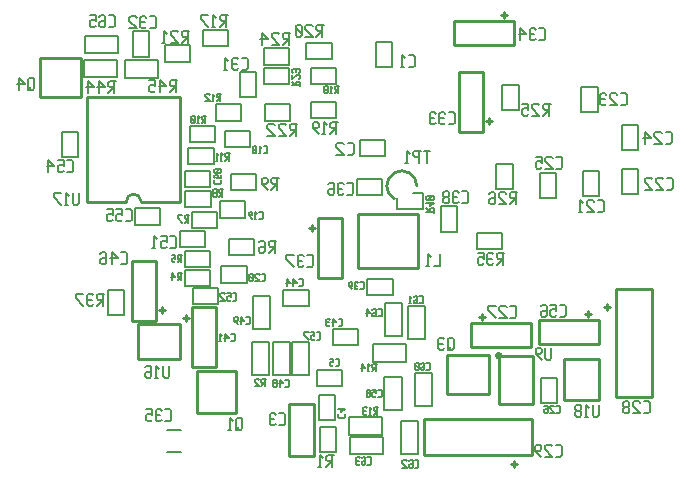
<source format=gbr>
G04 start of page 8 for group -4078 idx -4078
G04 Title: stribog.bis, bottomsilk *
G04 Creator: pcb 20080202 *
G04 CreationDate: Sun Nov 29 16:50:14 2009 UTC *
G04 For: dti *
G04 Format: Gerber/RS-274X *
G04 PCB-Dimensions: 314960 157480 *
G04 PCB-Coordinate-Origin: lower left *
%MOIN*%
%FSLAX24Y24*%
%LNBACKSILK*%
%ADD13C,0.0100*%
%ADD61C,0.0060*%
%ADD63C,0.0059*%
%ADD64C,0.0080*%
G54D13*X20377Y8852D02*X22377D01*
X20377D02*Y7052D01*
X22377D01*
Y8852D02*Y7052D01*
G54D61*X21706Y9021D02*Y9391D01*
X22226Y9561D02*X22546D01*
Y9021D01*
X21706D01*
X23155Y9120D02*Y8280D01*
X23695D01*
Y9120D02*Y8280D01*
X23155Y9120D02*X23695D01*
X20702Y6706D02*X21542D01*
X20702D02*Y6166D01*
X21542D01*
Y6706D02*Y6166D01*
X20446Y11333D02*X21286D01*
X20446D02*Y10793D01*
X21286D01*
Y11333D02*Y10793D01*
G54D13*X22350Y9803D02*G75*G03X21600Y9370I-500J0D01*G01*
G54D61*X24363Y8222D02*Y7682D01*
Y8222D02*X25203D01*
Y7682D01*
X24363D02*X25203D01*
X18812Y13734D02*X19652D01*
X18812D02*Y13194D01*
X19652D01*
Y13734D02*Y13194D01*
X18674Y14561D02*X19514D01*
X18674D02*Y14021D01*
X19514D01*
Y14561D02*Y14021D01*
X17002Y13609D02*Y12769D01*
X16462Y13609D02*X17002D01*
X16462D02*Y12769D01*
X17002D01*
X18097Y13194D02*X17257D01*
X18097Y13734D02*Y13194D01*
X17257Y13734D02*X18097D01*
X17257Y13194D02*Y13734D01*
X21529Y14593D02*Y13753D01*
X20989Y14593D02*X21529D01*
X20989D02*Y13753D01*
X21529D01*
G54D13*X23596Y15281D02*Y14481D01*
X25596D01*
X23596Y15281D02*X25596D01*
Y14481D01*
X25246Y15581D02*Y15381D01*
X25146Y15481D02*X25346D01*
G54D61*X18812Y12592D02*X19652D01*
X18812D02*Y12052D01*
X19652D01*
Y12592D02*Y12052D01*
X18097Y13844D02*X17257D01*
X18097Y14384D02*Y13844D01*
X17257Y14384D02*X18097D01*
X17257Y13844D02*Y14384D01*
X25202Y13175D02*Y12335D01*
X25742D01*
Y13175D02*Y12335D01*
X25202Y13175D02*X25742D01*
G54D13*X24573Y13607D02*X23773D01*
Y11607D01*
X24573D02*Y13607D01*
Y11607D02*X23773D01*
X24673Y11957D02*X24873D01*
X24773Y11857D02*Y12057D01*
G54D61*X21265Y3443D02*Y2343D01*
X21845Y3443D02*Y2343D01*
X21265D02*X21845D01*
X21265Y3443D02*X21845D01*
X20119Y851D02*X21219D01*
X20119Y1431D02*X21219D01*
Y851D01*
X20119Y1431D02*Y851D01*
X22288Y3561D02*Y2461D01*
X22868Y3561D02*Y2461D01*
X22288D02*X22868D01*
X22288Y3561D02*X22868D01*
X20099Y1501D02*X21199D01*
X20099Y2081D02*X21199D01*
Y1501D01*
X20099Y2081D02*Y1501D01*
X20906Y3942D02*X22006D01*
X20906Y4522D02*X22006D01*
Y3942D01*
X20906Y4522D02*Y3942D01*
X19028Y3655D02*X19868D01*
X19028Y3115D02*Y3655D01*
Y3115D02*X19868D01*
Y3655D01*
X19659Y1758D02*Y918D01*
X19119Y1758D02*X19659D01*
X19119D02*Y918D01*
X19659D01*
X19100Y2841D02*Y2001D01*
X19640D01*
Y2841D02*Y2001D01*
X19100Y2841D02*X19640D01*
X17544Y4585D02*Y3485D01*
X18124Y4585D02*Y3485D01*
X17544D02*X18124D01*
X17544Y4585D02*X18124D01*
G54D13*X18093Y806D02*X18913D01*
X18093Y2516D02*Y806D01*
Y2516D02*X18913D01*
Y806D01*
X15033Y3619D02*X16313D01*
X15033D02*Y2229D01*
X16313D01*
Y3619D02*Y2229D01*
X14855Y3754D02*X15655D01*
Y5754D02*Y3754D01*
X14855Y5754D02*Y3754D01*
Y5754D02*X15655D01*
X14555Y5404D02*X14755D01*
X14655Y5504D02*Y5304D01*
G54D61*X17435Y4585D02*Y3485D01*
X16855Y4585D02*Y3485D01*
Y4585D02*X17435D01*
X16855Y3485D02*X17435D01*
X19560Y4493D02*X20400D01*
Y5033D02*Y4493D01*
X19560Y5033D02*X20400D01*
X19560D02*Y4493D01*
X21816Y1947D02*Y847D01*
X22396Y1947D02*Y847D01*
X21816D02*X22396D01*
X21816Y1947D02*X22396D01*
X29178Y10380D02*Y9540D01*
X29718D01*
Y10380D02*Y9540D01*
X29178Y10380D02*X29718D01*
X20367Y10033D02*X21207D01*
X20367D02*Y9493D01*
X21207D01*
Y10033D02*Y9493D01*
X26462Y10223D02*Y9383D01*
X27002D01*
Y10223D02*Y9383D01*
X26462Y10223D02*X27002D01*
X27879Y10301D02*Y9461D01*
X28419D01*
Y10301D02*Y9461D01*
X27879Y10301D02*X28419D01*
X28380Y13097D02*Y12257D01*
X27840Y13097D02*X28380D01*
X27840D02*Y12257D01*
X28380D01*
X29178Y11837D02*Y10997D01*
X29718D01*
Y11837D02*Y10997D01*
X29178Y11837D02*X29718D01*
G54D13*X29006Y2767D02*X30206D01*
Y6367D02*Y2767D01*
X29006Y6367D02*Y2767D01*
Y6367D02*X30206D01*
X28606Y5767D02*X28806D01*
X28706Y5867D02*Y5667D01*
G54D61*X25005Y10538D02*Y9698D01*
X25545D01*
Y10538D02*Y9698D01*
X25005Y10538D02*X25545D01*
X21864Y5904D02*Y4804D01*
X21284Y5904D02*Y4804D01*
Y5904D02*X21864D01*
X21284Y4804D02*X21864D01*
G54D13*X27961Y5521D02*X28161D01*
X28061Y5621D02*Y5421D01*
X28411Y5321D02*Y4521D01*
X26411Y5321D02*X28411D01*
X26411Y4521D02*X28411D01*
X26411Y5321D02*Y4521D01*
X25099Y4118D02*Y2518D01*
X26239D01*
Y4118D02*Y2518D01*
X25099Y4118D02*X26239D01*
X25079Y4218D02*G75*G03X25079Y4218I0J-80D01*G01*
X26166Y5242D02*Y4442D01*
X24166Y5242D02*X26166D01*
X24166Y4442D02*X26166D01*
X24166Y5242D02*Y4442D01*
X24516Y5342D02*Y5542D01*
X24416Y5442D02*X24616D01*
G54D61*X18774Y4585D02*Y3485D01*
X18194Y4585D02*Y3485D01*
Y4585D02*X18774D01*
X18194Y3485D02*X18774D01*
X16798Y11628D02*Y11088D01*
X15958D02*X16798D01*
X15958Y11628D02*Y11088D01*
Y11628D02*X16798D01*
X16994Y9670D02*X16154D01*
X16994Y10210D02*Y9670D01*
X16154Y10210D02*X16994D01*
X16154Y9670D02*Y10210D01*
X15301Y8301D02*Y7761D01*
X14461D02*X15301D01*
X14461Y8301D02*Y7761D01*
Y8301D02*X15301D01*
G54D13*X19048Y6746D02*X19848D01*
Y8746D02*Y6746D01*
X19048Y8746D02*Y6746D01*
Y8746D02*X19848D01*
X18748Y8396D02*X18948D01*
X18848Y8496D02*Y8296D01*
G54D61*X17906Y6333D02*X18746D01*
X17906D02*Y5793D01*
X18746D01*
Y6333D02*Y5793D01*
X22632Y5786D02*Y4686D01*
X22052Y5786D02*Y4686D01*
Y5786D02*X22632D01*
X22052Y4686D02*X22632D01*
X16895Y6140D02*Y5040D01*
X17475Y6140D02*Y5040D01*
X16895D02*X17475D01*
X16895Y6140D02*X17475D01*
G54D13*X27248Y4043D02*Y2653D01*
Y4043D02*X28428D01*
Y2653D01*
X27248D02*X28428D01*
G54D61*X26482Y3412D02*Y2572D01*
X27022D01*
Y3412D02*Y2572D01*
X26482Y3412D02*X27022D01*
G54D13*X23368Y4147D02*X24758D01*
Y2867D01*
X23368D02*X24758D01*
X23368Y4147D02*Y2867D01*
X22590Y2037D02*Y837D01*
X26190D01*
X22590Y2037D02*X26190D01*
Y837D01*
X25590Y437D02*Y637D01*
X25490Y537D02*X25690D01*
X14463Y12773D02*Y9273D01*
X11363Y12773D02*X14463D01*
X11363D02*Y9273D01*
X13163D02*X14463D01*
X11363D02*X12663D01*
X13163D02*G75*G03X12663Y9273I-250J0D01*G01*
G54D61*X11057Y11601D02*Y10761D01*
X10517D02*X11057D01*
X10517Y11601D02*Y10761D01*
Y11601D02*X11057D01*
X16640Y9285D02*Y8745D01*
X15800D02*X16640D01*
X15800Y9285D02*Y8745D01*
Y9285D02*X16640D01*
X15479Y9100D02*X14639D01*
X15479Y9640D02*Y9100D01*
X14639Y9640D02*X15479D01*
X14639Y9100D02*Y9640D01*
X15459Y10309D02*Y9769D01*
X14619D02*X15459D01*
X14619Y10309D02*Y9769D01*
Y10309D02*X15459D01*
X15577Y10517D02*X14737D01*
X15577Y11057D02*Y10517D01*
X14737Y11057D02*X15577D01*
X14737Y10517D02*Y11057D01*
X15695Y8391D02*X14855D01*
X15695Y8931D02*Y8391D01*
X14855Y8931D02*X15695D01*
X14855Y8391D02*Y8931D01*
X16679Y7120D02*Y6580D01*
X15839D02*X16679D01*
X15839Y7120D02*Y6580D01*
Y7120D02*X16679D01*
X16483Y11974D02*X15643D01*
X16483Y12514D02*Y11974D01*
X15643Y12514D02*X16483D01*
X15643Y11974D02*Y12514D01*
X15616Y11265D02*X14776D01*
X15616Y11805D02*Y11265D01*
X14776Y11805D02*X15616D01*
X14776Y11265D02*Y11805D01*
X18136Y11974D02*X17296D01*
X18136Y12514D02*Y11974D01*
X17296Y12514D02*X18136D01*
X17296Y11974D02*Y12514D01*
X16916Y7485D02*X16076D01*
X16916Y8025D02*Y7485D01*
X16076Y8025D02*X16916D01*
X16076Y7485D02*Y8025D01*
X15459Y7092D02*X14619D01*
X15459Y7632D02*Y7092D01*
X14619Y7632D02*X15459D01*
X14619Y7092D02*Y7632D01*
X15459Y6462D02*X14619D01*
X15459Y7002D02*Y6462D01*
X14619Y7002D02*X15459D01*
X14619Y6462D02*Y7002D01*
X12052Y5485D02*X12592D01*
X12052Y6325D02*Y5485D01*
Y6325D02*X12592D01*
Y5485D01*
G54D64*X14015Y1673D02*X14488D01*
X14015Y925D02*X14488D01*
G54D13*X13867Y5758D02*Y5558D01*
X13767Y5658D02*X13967D01*
X12867Y5308D02*X13667D01*
Y7308D02*Y5308D01*
X12867Y7308D02*Y5308D01*
Y7308D02*X13667D01*
G54D61*X12965Y8509D02*X13805D01*
X12965Y9049D02*Y8509D01*
Y9049D02*X13805D01*
Y8509D01*
G54D13*X13063Y4020D02*X14453D01*
X13063Y5200D02*Y4020D01*
Y5200D02*X14453D01*
Y4020D01*
G54D61*X14894Y6411D02*Y5871D01*
Y6411D02*X15734D01*
Y5871D01*
X14894D02*X15734D01*
X14790Y13942D02*X13950D01*
X14790Y14482D02*Y13942D01*
X13950Y14482D02*X14790D01*
X13950Y13942D02*Y14482D01*
X15209Y14994D02*X16049D01*
X15209D02*Y14454D01*
X16049D01*
Y14994D02*Y14454D01*
G54D13*X9785Y14049D02*X11175D01*
Y12769D01*
X9785D02*X11175D01*
X9785Y14049D02*Y12769D01*
G54D61*X13439Y14947D02*Y14107D01*
X12899Y14947D02*X13439D01*
X12899D02*Y14107D01*
X13439D01*
X12639Y13410D02*X13739D01*
X12639Y13990D02*X13739D01*
Y13410D01*
X12639Y13990D02*Y13410D01*
X11261Y14010D02*X12361D01*
X11261Y13430D02*X12361D01*
X11261Y14010D02*Y13430D01*
X12361Y14010D02*Y13430D01*
X11280Y14217D02*X12380D01*
X11280Y14797D02*X12380D01*
Y14217D01*
X11280Y14797D02*Y14217D01*
G54D63*X23129Y7137D02*Y7537D01*
X22929Y7137D02*X23129D01*
X22659D02*X22759D01*
X22709D02*Y7537D01*
X22809Y7437D02*X22709Y7537D01*
X25075Y7577D02*X25275D01*
X25075D02*X25025Y7527D01*
Y7427D02*Y7527D01*
X25075Y7377D02*X25025Y7427D01*
X25075Y7377D02*X25225D01*
Y7177D02*Y7577D01*
Y7377D02*X25025Y7177D01*
X24905Y7527D02*X24855Y7577D01*
X24755D02*X24855D01*
X24755D02*X24705Y7527D01*
Y7227D02*Y7527D01*
X24755Y7177D02*X24705Y7227D01*
X24755Y7177D02*X24855D01*
X24905Y7227D02*X24855Y7177D01*
X24705Y7377D02*X24855D01*
X24385Y7577D02*X24585D01*
Y7377D02*Y7577D01*
Y7377D02*X24535Y7427D01*
X24435D02*X24535D01*
X24435D02*X24385Y7377D01*
Y7227D02*Y7377D01*
X24435Y7177D02*X24385Y7227D01*
X24435Y7177D02*X24535D01*
X24585Y7227D02*X24535Y7177D01*
X22912Y8897D02*Y9017D01*
X22882Y9047D01*
X22822D02*X22882D01*
X22792Y9017D02*X22822Y9047D01*
X22792Y8927D02*Y9017D01*
X22672Y8927D02*X22912D01*
X22792D02*X22672Y9047D01*
X22792Y9119D02*X22912Y9239D01*
X22792Y9119D02*Y9269D01*
X22672Y9239D02*X22912D01*
X22702Y9341D02*X22672Y9371D01*
X22702Y9341D02*X22882D01*
X22912Y9371D01*
Y9431D01*
X22882Y9461D01*
X22702D02*X22882D01*
X22672Y9431D02*X22702Y9461D01*
X22672Y9371D02*Y9431D01*
X22732Y9341D02*X22852Y9461D01*
X23874Y9224D02*X24024D01*
X24074Y9274D02*X24024Y9224D01*
X24074Y9274D02*Y9574D01*
X24024Y9624D01*
X23874D02*X24024D01*
X23754Y9574D02*X23704Y9624D01*
X23604D02*X23704D01*
X23604D02*X23554Y9574D01*
Y9274D02*Y9574D01*
X23604Y9224D02*X23554Y9274D01*
X23604Y9224D02*X23704D01*
X23754Y9274D02*X23704Y9224D01*
X23554Y9424D02*X23704D01*
X23434Y9274D02*X23384Y9224D01*
X23434Y9274D02*Y9374D01*
X23384Y9424D01*
X23284D02*X23384D01*
X23284D02*X23234Y9374D01*
Y9274D02*Y9374D01*
X23284Y9224D02*X23234Y9274D01*
X23284Y9224D02*X23384D01*
X23434Y9474D02*X23384Y9424D01*
X23434Y9474D02*Y9574D01*
X23384Y9624D01*
X23284D02*X23384D01*
X23284D02*X23234Y9574D01*
Y9474D02*Y9574D01*
X23284Y9424D02*X23234Y9474D01*
X30683Y9670D02*X30833D01*
X30883Y9720D02*X30833Y9670D01*
X30883Y9720D02*Y10020D01*
X30833Y10070D01*
X30683D02*X30833D01*
X30563Y10020D02*X30513Y10070D01*
X30363D02*X30513D01*
X30363D02*X30313Y10020D01*
Y9920D02*Y10020D01*
X30563Y9670D02*X30313Y9920D01*
Y9670D02*X30563D01*
X30193Y10020D02*X30143Y10070D01*
X29993D02*X30143D01*
X29993D02*X29943Y10020D01*
Y9920D02*Y10020D01*
X30193Y9670D02*X29943Y9920D01*
Y9670D02*X30193D01*
X27004Y10366D02*X27154D01*
X27204Y10416D02*X27154Y10366D01*
X27204Y10416D02*Y10716D01*
X27154Y10766D01*
X27004D02*X27154D01*
X26884Y10716D02*X26834Y10766D01*
X26684D02*X26834D01*
X26684D02*X26634Y10716D01*
Y10616D02*Y10716D01*
X26884Y10366D02*X26634Y10616D01*
Y10366D02*X26884D01*
X26314Y10766D02*X26514D01*
Y10566D02*Y10766D01*
Y10566D02*X26464Y10616D01*
X26364D02*X26464D01*
X26364D02*X26314Y10566D01*
Y10416D02*Y10566D01*
X26364Y10366D02*X26314Y10416D01*
X26364Y10366D02*X26464D01*
X26514Y10416D02*X26464Y10366D01*
X28382Y8929D02*X28532D01*
X28582Y8979D02*X28532Y8929D01*
X28582Y8979D02*Y9279D01*
X28532Y9329D01*
X28382D02*X28532D01*
X28262Y9279D02*X28212Y9329D01*
X28062D02*X28212D01*
X28062D02*X28012Y9279D01*
Y9179D02*Y9279D01*
X28262Y8929D02*X28012Y9179D01*
Y8929D02*X28262D01*
X27742D02*X27842D01*
X27792D02*Y9329D01*
X27892Y9229D02*X27792Y9329D01*
X25508Y9585D02*X25708D01*
X25508D02*X25458Y9535D01*
Y9435D02*Y9535D01*
X25508Y9385D02*X25458Y9435D01*
X25508Y9385D02*X25658D01*
Y9185D02*Y9585D01*
Y9385D02*X25458Y9185D01*
X25338Y9535D02*X25288Y9585D01*
X25138D02*X25288D01*
X25138D02*X25088Y9535D01*
Y9435D02*Y9535D01*
X25338Y9185D02*X25088Y9435D01*
Y9185D02*X25338D01*
X24818Y9585D02*X24768Y9535D01*
X24818Y9585D02*X24918D01*
X24968Y9535D02*X24918Y9585D01*
X24968Y9235D02*Y9535D01*
Y9235D02*X24918Y9185D01*
X24818Y9385D02*X24768Y9335D01*
X24818Y9385D02*X24968D01*
X24818Y9185D02*X24918D01*
X24818D02*X24768Y9235D01*
Y9335D01*
X30642Y11202D02*X30792D01*
X30842Y11252D02*X30792Y11202D01*
X30842Y11252D02*Y11552D01*
X30792Y11602D01*
X30642D02*X30792D01*
X30521Y11552D02*X30471Y11602D01*
X30321D02*X30471D01*
X30321D02*X30271Y11552D01*
Y11452D02*Y11552D01*
X30521Y11202D02*X30271Y11452D01*
Y11202D02*X30521D01*
X30151Y11402D02*X29951Y11602D01*
X29901Y11402D02*X30151D01*
X29951Y11202D02*Y11602D01*
X22083Y13752D02*X22233D01*
X22283Y13802D02*X22233Y13752D01*
X22283Y13802D02*Y14102D01*
X22233Y14152D01*
X22083D02*X22233D01*
X21813Y13752D02*X21913D01*
X21863D02*Y14152D01*
X21963Y14052D02*X21863Y14152D01*
X26433Y14657D02*X26583D01*
X26633Y14707D02*X26583Y14657D01*
X26633Y14707D02*Y15007D01*
X26583Y15057D01*
X26433D02*X26583D01*
X26313Y15007D02*X26263Y15057D01*
X26163D02*X26263D01*
X26163D02*X26113Y15007D01*
Y14707D02*Y15007D01*
X26163Y14657D02*X26113Y14707D01*
X26163Y14657D02*X26263D01*
X26313Y14707D02*X26263Y14657D01*
X26113Y14857D02*X26263D01*
X25993D02*X25793Y15057D01*
X25743Y14857D02*X25993D01*
X25793Y14657D02*Y15057D01*
X19524Y11927D02*X19724D01*
X19524D02*X19474Y11877D01*
Y11777D02*Y11877D01*
X19524Y11727D02*X19474Y11777D01*
X19524Y11727D02*X19674D01*
Y11527D02*Y11927D01*
Y11727D02*X19474Y11527D01*
X19204D02*X19304D01*
X19254D02*Y11927D01*
X19354Y11827D02*X19254Y11927D01*
X19084Y11527D02*X18884Y11727D01*
Y11877D01*
X18934Y11927D02*X18884Y11877D01*
X18934Y11927D02*X19034D01*
X19084Y11877D02*X19034Y11927D01*
X19084Y11777D02*Y11877D01*
Y11777D02*X19034Y11727D01*
X18884D02*X19034D01*
X20042Y10842D02*X20192D01*
X20242Y10892D02*X20192Y10842D01*
X20242Y10892D02*Y11192D01*
X20192Y11242D01*
X20042D02*X20192D01*
X19922Y11192D02*X19872Y11242D01*
X19722D02*X19872D01*
X19722D02*X19672Y11192D01*
Y11092D02*Y11192D01*
X19922Y10842D02*X19672Y11092D01*
Y10842D02*X19922D01*
X19643Y13128D02*X19763D01*
X19643D02*X19613Y13098D01*
Y13038D02*Y13098D01*
X19643Y13008D02*X19613Y13038D01*
X19643Y13008D02*X19733D01*
Y12888D02*Y13128D01*
Y13008D02*X19613Y12888D01*
X19451D02*X19511D01*
X19481D02*Y13128D01*
X19541Y13068D02*X19481Y13128D01*
X19379Y12918D02*X19349Y12888D01*
X19379Y12918D02*Y12978D01*
X19349Y13008D01*
X19289D02*X19349D01*
X19289D02*X19259Y12978D01*
Y12918D02*Y12978D01*
X19289Y12888D02*X19259Y12918D01*
X19289Y12888D02*X19349D01*
X19379Y13038D02*X19349Y13008D01*
X19379Y13038D02*Y13098D01*
X19349Y13128D01*
X19289D02*X19349D01*
X19289D02*X19259Y13098D01*
Y13038D02*Y13098D01*
X19289Y13008D02*X19259Y13038D01*
X26611Y12537D02*X26811D01*
X26611D02*X26561Y12487D01*
Y12387D02*Y12487D01*
X26611Y12337D02*X26561Y12387D01*
X26611Y12337D02*X26761D01*
Y12137D02*Y12537D01*
Y12337D02*X26561Y12137D01*
X26441Y12487D02*X26391Y12537D01*
X26241D02*X26391D01*
X26241D02*X26191Y12487D01*
Y12387D02*Y12487D01*
X26441Y12137D02*X26191Y12387D01*
Y12137D02*X26441D01*
X25870Y12537D02*X26070D01*
Y12337D02*Y12537D01*
Y12337D02*X26020Y12387D01*
X25920D02*X26020D01*
X25920D02*X25870Y12337D01*
Y12187D02*Y12337D01*
X25920Y12137D02*X25870Y12187D01*
X25920Y12137D02*X26020D01*
X26070Y12187D02*X26020Y12137D01*
X29156Y12487D02*X29306D01*
X29356Y12537D02*X29306Y12487D01*
X29356Y12537D02*Y12837D01*
X29306Y12887D01*
X29156D02*X29306D01*
X29036Y12837D02*X28986Y12887D01*
X28836D02*X28986D01*
X28836D02*X28786Y12837D01*
Y12737D02*Y12837D01*
X29036Y12487D02*X28786Y12737D01*
Y12487D02*X29036D01*
X28666Y12837D02*X28616Y12887D01*
X28516D02*X28616D01*
X28516D02*X28466Y12837D01*
Y12537D02*Y12837D01*
X28516Y12487D02*X28466Y12537D01*
X28516Y12487D02*X28616D01*
X28666Y12537D02*X28616Y12487D01*
X28466Y12687D02*X28616D01*
X23422Y11862D02*X23572D01*
X23622Y11912D02*X23572Y11862D01*
X23622Y11912D02*Y12212D01*
X23572Y12262D01*
X23422D02*X23572D01*
X23302Y12212D02*X23252Y12262D01*
X23152D02*X23252D01*
X23152D02*X23102Y12212D01*
Y11912D02*Y12212D01*
X23152Y11862D02*X23102Y11912D01*
X23152Y11862D02*X23252D01*
X23302Y11912D02*X23252Y11862D01*
X23102Y12062D02*X23252D01*
X22981Y12212D02*X22931Y12262D01*
X22831D02*X22931D01*
X22831D02*X22781Y12212D01*
Y11912D02*Y12212D01*
X22831Y11862D02*X22781Y11912D01*
X22831Y11862D02*X22931D01*
X22981Y11912D02*X22931Y11862D01*
X22781Y12062D02*X22931D01*
X22599Y10969D02*X22799D01*
X22699Y10569D02*Y10969D01*
X22429Y10569D02*Y10969D01*
X22279D02*X22479D01*
X22279D02*X22229Y10919D01*
Y10819D02*Y10919D01*
X22279Y10769D02*X22229Y10819D01*
X22279Y10769D02*X22429D01*
X21959Y10569D02*X22059D01*
X22009D02*Y10969D01*
X22109Y10869D02*X22009Y10969D01*
X23582Y4392D02*Y4692D01*
X23532Y4742D01*
X23432D02*X23532D01*
X23432D02*X23382Y4692D01*
Y4392D02*Y4692D01*
X23432Y4342D02*X23382Y4392D01*
X23432Y4342D02*X23532D01*
X23582Y4392D02*X23532Y4342D01*
X23482Y4442D02*X23382Y4342D01*
X23262Y4692D02*X23212Y4742D01*
X23112D02*X23212D01*
X23112D02*X23062Y4692D01*
Y4392D02*Y4692D01*
X23112Y4342D02*X23062Y4392D01*
X23112Y4342D02*X23212D01*
X23262Y4392D02*X23212Y4342D01*
X23062Y4542D02*X23212D01*
X25469Y5405D02*X25619D01*
X25669Y5455D02*X25619Y5405D01*
X25669Y5455D02*Y5755D01*
X25619Y5805D01*
X25469D02*X25619D01*
X25349Y5755D02*X25299Y5805D01*
X25149D02*X25299D01*
X25149D02*X25099Y5755D01*
Y5655D02*Y5755D01*
X25349Y5405D02*X25099Y5655D01*
Y5405D02*X25349D01*
X24979D02*X24729Y5655D01*
Y5805D01*
X24979D01*
X22439Y5881D02*X22529D01*
X22559Y5911D02*X22529Y5881D01*
X22559Y5911D02*Y6091D01*
X22529Y6121D01*
X22439D02*X22529D01*
X22277D02*X22247Y6091D01*
X22277Y6121D02*X22337D01*
X22367Y6091D02*X22337Y6121D01*
X22367Y5911D02*Y6091D01*
Y5911D02*X22337Y5881D01*
X22277Y6001D02*X22247Y5971D01*
X22277Y6001D02*X22367D01*
X22277Y5881D02*X22337D01*
X22277D02*X22247Y5911D01*
Y5971D01*
X22085Y5881D02*X22145D01*
X22115D02*Y6121D01*
X22175Y6061D02*X22115Y6121D01*
X21061Y5448D02*X21151D01*
X21181Y5478D02*X21151Y5448D01*
X21181Y5478D02*Y5658D01*
X21151Y5688D01*
X21061D02*X21151D01*
X20899D02*X20869Y5658D01*
X20899Y5688D02*X20959D01*
X20989Y5658D02*X20959Y5688D01*
X20989Y5478D02*Y5658D01*
Y5478D02*X20959Y5448D01*
X20899Y5568D02*X20869Y5538D01*
X20899Y5568D02*X20989D01*
X20899Y5448D02*X20959D01*
X20899D02*X20869Y5478D01*
Y5538D01*
X20797Y5568D02*X20677Y5688D01*
X20647Y5568D02*X20797D01*
X20677Y5448D02*Y5688D01*
X19719Y2096D02*Y2186D01*
X19749Y2066D02*X19719Y2096D01*
X19749Y2066D02*X19929D01*
X19959Y2096D01*
Y2186D01*
X19839Y2258D02*X19959Y2378D01*
X19839Y2258D02*Y2408D01*
X19719Y2378D02*X19959D01*
X21061Y2770D02*X21151D01*
X21181Y2800D02*X21151Y2770D01*
X21181Y2800D02*Y2980D01*
X21151Y3010D01*
X21061D02*X21151D01*
X20869D02*X20989D01*
Y2890D02*Y3010D01*
Y2890D02*X20959Y2920D01*
X20899D02*X20959D01*
X20899D02*X20869Y2890D01*
Y2800D02*Y2890D01*
X20899Y2770D02*X20869Y2800D01*
X20899Y2770D02*X20959D01*
X20989Y2800D02*X20959Y2770D01*
X20797Y2800D02*X20767Y2770D01*
X20797Y2800D02*Y2860D01*
X20767Y2890D01*
X20707D02*X20767D01*
X20707D02*X20677Y2860D01*
Y2800D02*Y2860D01*
X20707Y2770D02*X20677Y2800D01*
X20707Y2770D02*X20767D01*
X20797Y2920D02*X20767Y2890D01*
X20797Y2920D02*Y2980D01*
X20767Y3010D01*
X20707D02*X20767D01*
X20707D02*X20677Y2980D01*
Y2920D02*Y2980D01*
X20707Y2890D02*X20677Y2920D01*
X29918Y2216D02*X30068D01*
X30118Y2266D02*X30068Y2216D01*
X30118Y2266D02*Y2566D01*
X30068Y2616D01*
X29918D02*X30068D01*
X29798Y2566D02*X29748Y2616D01*
X29598D02*X29748D01*
X29598D02*X29548Y2566D01*
Y2466D02*Y2566D01*
X29798Y2216D02*X29548Y2466D01*
Y2216D02*X29798D01*
X29428Y2266D02*X29378Y2216D01*
X29428Y2266D02*Y2366D01*
X29378Y2416D01*
X29278D02*X29378D01*
X29278D02*X29228Y2366D01*
Y2266D02*Y2366D01*
X29278Y2216D02*X29228Y2266D01*
X29278Y2216D02*X29378D01*
X29428Y2466D02*X29378Y2416D01*
X29428Y2466D02*Y2566D01*
X29378Y2616D01*
X29278D02*X29378D01*
X29278D02*X29228Y2566D01*
Y2466D02*Y2566D01*
X29278Y2416D02*X29228Y2466D01*
X26830Y4057D02*Y4407D01*
Y4057D02*X26780Y4007D01*
X26680D02*X26780D01*
X26680D02*X26630Y4057D01*
Y4407D01*
X26510Y4007D02*X26310Y4207D01*
Y4357D01*
X26360Y4407D02*X26310Y4357D01*
X26360Y4407D02*X26460D01*
X26510Y4357D02*X26460Y4407D01*
X26510Y4257D02*Y4357D01*
Y4257D02*X26460Y4207D01*
X26310D02*X26460D01*
X27122Y5444D02*X27272D01*
X27322Y5494D02*X27272Y5444D01*
X27322Y5494D02*Y5794D01*
X27272Y5844D01*
X27122D02*X27272D01*
X26802D02*X27002D01*
Y5644D02*Y5844D01*
Y5644D02*X26952Y5694D01*
X26852D02*X26952D01*
X26852D02*X26802Y5644D01*
Y5494D02*Y5644D01*
X26852Y5444D02*X26802Y5494D01*
X26852Y5444D02*X26952D01*
X27002Y5494D02*X26952Y5444D01*
X26532Y5844D02*X26482Y5794D01*
X26532Y5844D02*X26632D01*
X26682Y5794D02*X26632Y5844D01*
X26682Y5494D02*Y5794D01*
Y5494D02*X26632Y5444D01*
X26532Y5644D02*X26482Y5594D01*
X26532Y5644D02*X26682D01*
X26532Y5444D02*X26632D01*
X26532D02*X26482Y5494D01*
Y5594D01*
X26985Y779D02*X27135D01*
X27185Y829D02*X27135Y779D01*
X27185Y829D02*Y1129D01*
X27135Y1179D01*
X26985D02*X27135D01*
X26864Y1129D02*X26814Y1179D01*
X26664D02*X26814D01*
X26664D02*X26614Y1129D01*
Y1029D02*Y1129D01*
X26864Y779D02*X26614Y1029D01*
Y779D02*X26864D01*
X26494D02*X26294Y979D01*
Y1129D01*
X26344Y1179D02*X26294Y1129D01*
X26344Y1179D02*X26444D01*
X26494Y1129D02*X26444Y1179D01*
X26494Y1029D02*Y1129D01*
Y1029D02*X26444Y979D01*
X26294D02*X26444D01*
X28425Y2148D02*Y2498D01*
Y2148D02*X28375Y2098D01*
X28275D02*X28375D01*
X28275D02*X28225Y2148D01*
Y2498D01*
X27955Y2098D02*X28055D01*
X28005D02*Y2498D01*
X28105Y2398D02*X28005Y2498D01*
X27835Y2148D02*X27785Y2098D01*
X27835Y2148D02*Y2248D01*
X27785Y2298D01*
X27685D02*X27785D01*
X27685D02*X27635Y2248D01*
Y2148D02*Y2248D01*
X27685Y2098D02*X27635Y2148D01*
X27685Y2098D02*X27785D01*
X27835Y2348D02*X27785Y2298D01*
X27835Y2348D02*Y2448D01*
X27785Y2498D01*
X27685D02*X27785D01*
X27685D02*X27635Y2448D01*
Y2348D02*Y2448D01*
X27685Y2298D02*X27635Y2348D01*
X27005Y2239D02*X27095D01*
X27125Y2269D02*X27095Y2239D01*
X27125Y2269D02*Y2449D01*
X27095Y2479D01*
X27005D02*X27095D01*
X26933Y2449D02*X26903Y2479D01*
X26813D02*X26903D01*
X26813D02*X26783Y2449D01*
Y2389D02*Y2449D01*
X26933Y2239D02*X26783Y2389D01*
Y2239D02*X26933D01*
X26621Y2479D02*X26591Y2449D01*
X26621Y2479D02*X26681D01*
X26711Y2449D02*X26681Y2479D01*
X26711Y2269D02*Y2449D01*
Y2269D02*X26681Y2239D01*
X26621Y2359D02*X26591Y2329D01*
X26621Y2359D02*X26711D01*
X26621Y2239D02*X26681D01*
X26621D02*X26591Y2269D01*
Y2329D01*
X20706Y507D02*X20796D01*
X20826Y537D02*X20796Y507D01*
X20826Y537D02*Y717D01*
X20796Y747D01*
X20706D02*X20796D01*
X20544D02*X20514Y717D01*
X20544Y747D02*X20604D01*
X20634Y717D02*X20604Y747D01*
X20634Y537D02*Y717D01*
Y537D02*X20604Y507D01*
X20544Y627D02*X20514Y597D01*
X20544Y627D02*X20634D01*
X20544Y507D02*X20604D01*
X20544D02*X20514Y537D01*
Y597D01*
X20442Y717D02*X20412Y747D01*
X20352D02*X20412D01*
X20352D02*X20322Y717D01*
Y537D02*Y717D01*
X20352Y507D02*X20322Y537D01*
X20352Y507D02*X20412D01*
X20442Y537D02*X20412Y507D01*
X20322Y627D02*X20412D01*
X22281Y408D02*X22371D01*
X22401Y438D02*X22371Y408D01*
X22401Y438D02*Y618D01*
X22371Y648D01*
X22281D02*X22371D01*
X22119D02*X22089Y618D01*
X22119Y648D02*X22179D01*
X22209Y618D02*X22179Y648D01*
X22209Y438D02*Y618D01*
Y438D02*X22179Y408D01*
X22119Y528D02*X22089Y498D01*
X22119Y528D02*X22209D01*
X22119Y408D02*X22179D01*
X22119D02*X22089Y438D01*
Y498D01*
X22017Y618D02*X21987Y648D01*
X21897D02*X21987D01*
X21897D02*X21867Y618D01*
Y558D02*Y618D01*
X22017Y408D02*X21867Y558D01*
Y408D02*X22017D01*
X16671Y5192D02*X16761D01*
X16791Y5222D02*X16761Y5192D01*
X16791Y5222D02*Y5402D01*
X16761Y5432D01*
X16671D02*X16761D01*
X16599Y5312D02*X16479Y5432D01*
X16449Y5312D02*X16599D01*
X16479Y5192D02*Y5432D01*
X16377Y5192D02*X16257Y5312D01*
Y5402D01*
X16287Y5432D02*X16257Y5402D01*
X16287Y5432D02*X16347D01*
X16377Y5402D02*X16347Y5432D01*
X16377Y5342D02*Y5402D01*
Y5342D02*X16347Y5312D01*
X16257D02*X16347D01*
X19742Y5133D02*X19832D01*
X19862Y5163D02*X19832Y5133D01*
X19862Y5163D02*Y5343D01*
X19832Y5373D01*
X19742D02*X19832D01*
X19670Y5253D02*X19550Y5373D01*
X19520Y5253D02*X19670D01*
X19550Y5133D02*Y5373D01*
X19448Y5343D02*X19418Y5373D01*
X19358D02*X19418D01*
X19358D02*X19328Y5343D01*
Y5163D02*Y5343D01*
X19358Y5133D02*X19328Y5163D01*
X19358Y5133D02*X19418D01*
X19448Y5163D02*X19418Y5133D01*
X19328Y5253D02*X19418D01*
X17970Y3105D02*X18060D01*
X18090Y3135D02*X18060Y3105D01*
X18090Y3135D02*Y3315D01*
X18060Y3345D01*
X17970D02*X18060D01*
X17898Y3225D02*X17778Y3345D01*
X17748Y3225D02*X17898D01*
X17778Y3105D02*Y3345D01*
X17676Y3135D02*X17646Y3105D01*
X17676Y3135D02*Y3195D01*
X17646Y3225D01*
X17586D02*X17646D01*
X17586D02*X17556Y3195D01*
Y3135D02*Y3195D01*
X17586Y3105D02*X17556Y3135D01*
X17586Y3105D02*X17646D01*
X17676Y3255D02*X17646Y3225D01*
X17676Y3255D02*Y3315D01*
X17646Y3345D01*
X17586D02*X17646D01*
X17586D02*X17556Y3315D01*
Y3255D02*Y3315D01*
X17586Y3225D02*X17556Y3255D01*
X17202Y3365D02*X17322D01*
X17202D02*X17172Y3335D01*
Y3275D02*Y3335D01*
X17202Y3245D02*X17172Y3275D01*
X17202Y3245D02*X17292D01*
Y3125D02*Y3365D01*
Y3245D02*X17172Y3125D01*
X17100Y3335D02*X17070Y3365D01*
X16980D02*X17070D01*
X16980D02*X16950Y3335D01*
Y3275D02*Y3335D01*
X17100Y3125D02*X16950Y3275D01*
Y3125D02*X17100D01*
X17772Y1822D02*X17922D01*
X17972Y1872D02*X17922Y1822D01*
X17972Y1872D02*Y2172D01*
X17922Y2222D01*
X17772D02*X17922D01*
X17652Y2172D02*X17602Y2222D01*
X17502D02*X17602D01*
X17502D02*X17452Y2172D01*
Y1872D02*Y2172D01*
X17502Y1822D02*X17452Y1872D01*
X17502Y1822D02*X17602D01*
X17652Y1872D02*X17602Y1822D01*
X17452Y2022D02*X17602D01*
X22675Y3656D02*X22765D01*
X22795Y3686D02*X22765Y3656D01*
X22795Y3686D02*Y3866D01*
X22765Y3896D01*
X22675D02*X22765D01*
X22513D02*X22483Y3866D01*
X22513Y3896D02*X22573D01*
X22603Y3866D02*X22573Y3896D01*
X22603Y3686D02*Y3866D01*
Y3686D02*X22573Y3656D01*
X22513Y3776D02*X22483Y3746D01*
X22513Y3776D02*X22603D01*
X22513Y3656D02*X22573D01*
X22513D02*X22483Y3686D01*
Y3746D01*
X22411Y3686D02*X22381Y3656D01*
X22411Y3686D02*Y3866D01*
X22381Y3896D01*
X22321D02*X22381D01*
X22321D02*X22291Y3866D01*
Y3686D02*Y3866D01*
X22321Y3656D02*X22291Y3686D01*
X22321Y3656D02*X22381D01*
X22411Y3716D02*X22291Y3836D01*
X20943Y2420D02*X21063D01*
X20943D02*X20913Y2390D01*
Y2330D02*Y2390D01*
X20943Y2300D02*X20913Y2330D01*
X20943Y2300D02*X21033D01*
Y2180D02*Y2420D01*
Y2300D02*X20913Y2180D01*
X20751D02*X20811D01*
X20781D02*Y2420D01*
X20841Y2360D02*X20781Y2420D01*
X20678Y2390D02*X20648Y2420D01*
X20588D02*X20648D01*
X20588D02*X20558Y2390D01*
Y2210D02*Y2390D01*
X20588Y2180D02*X20558Y2210D01*
X20588Y2180D02*X20648D01*
X20678Y2210D02*X20648Y2180D01*
X20558Y2300D02*X20648D01*
X20903Y3857D02*X21023D01*
X20903D02*X20873Y3827D01*
Y3767D02*Y3827D01*
X20903Y3737D02*X20873Y3767D01*
X20903Y3737D02*X20993D01*
Y3617D02*Y3857D01*
Y3737D02*X20873Y3617D01*
X20711D02*X20771D01*
X20741D02*Y3857D01*
X20801Y3797D02*X20741Y3857D01*
X20639Y3737D02*X20519Y3857D01*
X20489Y3737D02*X20639D01*
X20519Y3617D02*Y3857D01*
X19643Y3794D02*X19733D01*
X19763Y3824D02*X19733Y3794D01*
X19763Y3824D02*Y4004D01*
X19733Y4034D01*
X19643D02*X19733D01*
X19451D02*X19571D01*
Y3914D02*Y4034D01*
Y3914D02*X19541Y3944D01*
X19481D02*X19541D01*
X19481D02*X19451Y3914D01*
Y3824D02*Y3914D01*
X19481Y3794D02*X19451Y3824D01*
X19481Y3794D02*X19541D01*
X19571Y3824D02*X19541Y3794D01*
X19013Y4680D02*X19103D01*
X19133Y4710D02*X19103Y4680D01*
X19133Y4710D02*Y4890D01*
X19103Y4920D01*
X19013D02*X19103D01*
X18821D02*X18941D01*
Y4800D02*Y4920D01*
Y4800D02*X18911Y4830D01*
X18851D02*X18911D01*
X18851D02*X18821Y4800D01*
Y4710D02*Y4800D01*
X18851Y4680D02*X18821Y4710D01*
X18851Y4680D02*X18911D01*
X18941Y4710D02*X18911Y4680D01*
X18749D02*X18599Y4830D01*
Y4920D01*
X18749D01*
X17459Y7973D02*X17659D01*
X17459D02*X17409Y7923D01*
Y7823D02*Y7923D01*
X17459Y7773D02*X17409Y7823D01*
X17459Y7773D02*X17609D01*
Y7573D02*Y7973D01*
Y7773D02*X17409Y7573D01*
X17139Y7973D02*X17089Y7923D01*
X17139Y7973D02*X17239D01*
X17289Y7923D02*X17239Y7973D01*
X17289Y7623D02*Y7923D01*
Y7623D02*X17239Y7573D01*
X17139Y7773D02*X17089Y7723D01*
X17139Y7773D02*X17289D01*
X17139Y7573D02*X17239D01*
X17139D02*X17089Y7623D01*
Y7723D01*
X17183Y6629D02*X17273D01*
X17303Y6659D02*X17273Y6629D01*
X17303Y6659D02*Y6839D01*
X17273Y6869D01*
X17183D02*X17273D01*
X17111Y6839D02*X17081Y6869D01*
X16991D02*X17081D01*
X16991D02*X16961Y6839D01*
Y6779D02*Y6839D01*
X17111Y6629D02*X16961Y6779D01*
Y6629D02*X17111D01*
X16889Y6659D02*X16859Y6629D01*
X16889Y6659D02*Y6839D01*
X16859Y6869D01*
X16799D02*X16859D01*
X16799D02*X16769Y6839D01*
Y6659D02*Y6839D01*
X16799Y6629D02*X16769Y6659D01*
X16799Y6629D02*X16859D01*
X16889Y6689D02*X16769Y6809D01*
X16535Y1715D02*Y2015D01*
X16485Y2065D01*
X16385D02*X16485D01*
X16385D02*X16335Y2015D01*
Y1715D02*Y2015D01*
X16385Y1665D02*X16335Y1715D01*
X16385Y1665D02*X16485D01*
X16535Y1715D02*X16485Y1665D01*
X16435Y1765D02*X16335Y1665D01*
X16065D02*X16165D01*
X16115D02*Y2065D01*
X16215Y1965D02*X16115Y2065D01*
X16159Y4621D02*X16249D01*
X16279Y4651D02*X16249Y4621D01*
X16279Y4651D02*Y4831D01*
X16249Y4861D01*
X16159D02*X16249D01*
X16087Y4741D02*X15967Y4861D01*
X15937Y4741D02*X16087D01*
X15967Y4621D02*Y4861D01*
X15775Y4621D02*X15835D01*
X15805D02*Y4861D01*
X15865Y4801D02*X15805Y4861D01*
X18697Y7098D02*X18847D01*
X18897Y7148D02*X18847Y7098D01*
X18897Y7148D02*Y7448D01*
X18847Y7498D01*
X18697D02*X18847D01*
X18577Y7448D02*X18527Y7498D01*
X18427D02*X18527D01*
X18427D02*X18377Y7448D01*
Y7148D02*Y7448D01*
X18427Y7098D02*X18377Y7148D01*
X18427Y7098D02*X18527D01*
X18577Y7148D02*X18527Y7098D01*
X18377Y7298D02*X18527D01*
X18257Y7098D02*X18007Y7348D01*
Y7498D01*
X18257D01*
X14131Y7727D02*X14281D01*
X14331Y7777D02*X14281Y7727D01*
X14331Y7777D02*Y8077D01*
X14281Y8127D01*
X14131D02*X14281D01*
X13811D02*X14011D01*
Y7927D02*Y8127D01*
Y7927D02*X13961Y7977D01*
X13861D02*X13961D01*
X13861D02*X13811Y7927D01*
Y7777D02*Y7927D01*
X13861Y7727D02*X13811Y7777D01*
X13861Y7727D02*X13961D01*
X14011Y7777D02*X13961Y7727D01*
X13540D02*X13640D01*
X13590D02*Y8127D01*
X13690Y8027D02*X13590Y8127D01*
X19386Y825D02*X19586D01*
X19386D02*X19336Y775D01*
Y675D02*Y775D01*
X19386Y625D02*X19336Y675D01*
X19386Y625D02*X19536D01*
Y425D02*Y825D01*
Y625D02*X19336Y425D01*
X19066D02*X19166D01*
X19116D02*Y825D01*
X19216Y725D02*X19116Y825D01*
X18423Y6451D02*X18513D01*
X18543Y6481D02*X18513Y6451D01*
X18543Y6481D02*Y6661D01*
X18513Y6691D01*
X18423D02*X18513D01*
X18351Y6571D02*X18231Y6691D01*
X18201Y6571D02*X18351D01*
X18231Y6451D02*Y6691D01*
X18129Y6571D02*X18009Y6691D01*
X17979Y6571D02*X18129D01*
X18009Y6451D02*Y6691D01*
X20470Y6353D02*X20560D01*
X20590Y6383D02*X20560Y6353D01*
X20590Y6383D02*Y6563D01*
X20560Y6593D01*
X20470D02*X20560D01*
X20398Y6563D02*X20368Y6593D01*
X20308D02*X20368D01*
X20308D02*X20278Y6563D01*
Y6383D02*Y6563D01*
X20308Y6353D02*X20278Y6383D01*
X20308Y6353D02*X20368D01*
X20398Y6383D02*X20368Y6353D01*
X20278Y6473D02*X20368D01*
X20206Y6353D02*X20086Y6473D01*
Y6563D01*
X20116Y6593D02*X20086Y6563D01*
X20116Y6593D02*X20176D01*
X20206Y6563D02*X20176Y6593D01*
X20206Y6503D02*Y6563D01*
Y6503D02*X20176Y6473D01*
X20086D02*X20176D01*
X10705Y10248D02*X10855D01*
X10905Y10298D02*X10855Y10248D01*
X10905Y10298D02*Y10598D01*
X10855Y10648D01*
X10705D02*X10855D01*
X10385D02*X10585D01*
Y10448D02*Y10648D01*
Y10448D02*X10535Y10498D01*
X10435D02*X10535D01*
X10435D02*X10385Y10448D01*
Y10298D02*Y10448D01*
X10435Y10248D02*X10385Y10298D01*
X10435Y10248D02*X10535D01*
X10585Y10298D02*X10535Y10248D01*
X10265Y10448D02*X10065Y10648D01*
X10015Y10448D02*X10265D01*
X10065Y10248D02*Y10648D01*
X11082Y9215D02*Y9565D01*
Y9215D02*X11032Y9165D01*
X10932D02*X11032D01*
X10932D02*X10882Y9215D01*
Y9565D01*
X10612Y9165D02*X10712D01*
X10662D02*Y9565D01*
X10762Y9465D02*X10662Y9565D01*
X10492Y9165D02*X10242Y9415D01*
Y9565D01*
X10492D01*
X12653Y8621D02*X12803D01*
X12853Y8671D02*X12803Y8621D01*
X12853Y8671D02*Y8971D01*
X12803Y9021D01*
X12653D02*X12803D01*
X12333D02*X12533D01*
Y8821D02*Y9021D01*
Y8821D02*X12483Y8871D01*
X12383D02*X12483D01*
X12383D02*X12333Y8821D01*
Y8671D02*Y8821D01*
X12383Y8621D02*X12333Y8671D01*
X12383Y8621D02*X12483D01*
X12533Y8671D02*X12483Y8621D01*
X12013Y9021D02*X12213D01*
Y8821D02*Y9021D01*
Y8821D02*X12163Y8871D01*
X12063D02*X12163D01*
X12063D02*X12013Y8821D01*
Y8671D02*Y8821D01*
X12063Y8621D02*X12013Y8671D01*
X12063Y8621D02*X12163D01*
X12213Y8671D02*X12163Y8621D01*
X14643Y8818D02*X14763D01*
X14643D02*X14613Y8788D01*
Y8728D02*Y8788D01*
X14643Y8698D02*X14613Y8728D01*
X14643Y8698D02*X14733D01*
Y8578D02*Y8818D01*
Y8698D02*X14613Y8578D01*
X14541D02*X14391Y8728D01*
Y8818D01*
X14541D01*
X17104Y8696D02*X17194D01*
X17224Y8726D02*X17194Y8696D01*
X17224Y8726D02*Y8906D01*
X17194Y8936D01*
X17104D02*X17194D01*
X16942Y8696D02*X17002D01*
X16972D02*Y8936D01*
X17032Y8876D02*X16972Y8936D01*
X16870Y8696D02*X16750Y8816D01*
Y8906D01*
X16780Y8936D02*X16750Y8906D01*
X16780Y8936D02*X16840D01*
X16870Y8906D02*X16840Y8936D01*
X16870Y8846D02*Y8906D01*
Y8846D02*X16840Y8816D01*
X16750D02*X16840D01*
X20036Y9500D02*X20186D01*
X20236Y9550D02*X20186Y9500D01*
X20236Y9550D02*Y9850D01*
X20186Y9900D01*
X20036D02*X20186D01*
X19916Y9850D02*X19866Y9900D01*
X19766D02*X19866D01*
X19766D02*X19716Y9850D01*
Y9550D02*Y9850D01*
X19766Y9500D02*X19716Y9550D01*
X19766Y9500D02*X19866D01*
X19916Y9550D02*X19866Y9500D01*
X19716Y9700D02*X19866D01*
X19445Y9900D02*X19395Y9850D01*
X19445Y9900D02*X19545D01*
X19595Y9850D02*X19545Y9900D01*
X19595Y9550D02*Y9850D01*
Y9550D02*X19545Y9500D01*
X19445Y9700D02*X19395Y9650D01*
X19445Y9700D02*X19595D01*
X19445Y9500D02*X19545D01*
X19445D02*X19395Y9550D01*
Y9650D01*
X15785Y9684D02*X15905D01*
X15785D02*X15755Y9654D01*
Y9594D02*Y9654D01*
X15785Y9564D02*X15755Y9594D01*
X15785Y9564D02*X15875D01*
Y9444D02*Y9684D01*
Y9564D02*X15755Y9444D01*
X15683Y9474D02*X15653Y9444D01*
X15683Y9474D02*Y9534D01*
X15653Y9564D01*
X15593D02*X15653D01*
X15593D02*X15563Y9534D01*
Y9474D02*Y9534D01*
X15593Y9444D02*X15563Y9474D01*
X15593Y9444D02*X15653D01*
X15683Y9594D02*X15653Y9564D01*
X15683Y9594D02*Y9654D01*
X15653Y9684D01*
X15593D02*X15653D01*
X15593D02*X15563Y9654D01*
Y9594D02*Y9654D01*
X15593Y9564D02*X15563Y9594D01*
X17555Y10077D02*X17755D01*
X17555D02*X17505Y10027D01*
Y9927D02*Y10027D01*
X17555Y9877D02*X17505Y9927D01*
X17555Y9877D02*X17705D01*
Y9677D02*Y10077D01*
Y9877D02*X17505Y9677D01*
X17385D02*X17185Y9877D01*
Y10027D01*
X17235Y10077D02*X17185Y10027D01*
X17235Y10077D02*X17335D01*
X17385Y10027D02*X17335Y10077D01*
X17385Y9927D02*Y10027D01*
Y9927D02*X17335Y9877D01*
X17185D02*X17335D01*
X15585Y9892D02*Y9982D01*
X15615Y9862D02*X15585Y9892D01*
X15615Y9862D02*X15795D01*
X15825Y9892D01*
Y9982D01*
Y10054D02*Y10174D01*
X15705Y10054D02*X15825D01*
X15705D02*X15735Y10084D01*
Y10144D01*
X15705Y10174D01*
X15615D02*X15705D01*
X15585Y10144D02*X15615Y10174D01*
X15585Y10084D02*Y10144D01*
X15615Y10054D02*X15585Y10084D01*
X15615Y10246D02*X15585Y10276D01*
X15615Y10246D02*X15795D01*
X15825Y10276D01*
Y10336D01*
X15795Y10366D01*
X15615D02*X15795D01*
X15585Y10336D02*X15615Y10366D01*
X15585Y10276D02*Y10336D01*
X15645Y10246D02*X15765Y10366D01*
X16002Y10884D02*X16122D01*
X16002D02*X15972Y10854D01*
Y10794D02*Y10854D01*
X16002Y10764D02*X15972Y10794D01*
X16002Y10764D02*X16092D01*
Y10644D02*Y10884D01*
Y10764D02*X15972Y10644D01*
X15810D02*X15870D01*
X15840D02*Y10884D01*
X15900Y10824D02*X15840Y10884D01*
X15647Y10644D02*X15707D01*
X15677D02*Y10884D01*
X15737Y10824D02*X15677Y10884D01*
X17242Y10881D02*X17332D01*
X17362Y10911D02*X17332Y10881D01*
X17362Y10911D02*Y11091D01*
X17332Y11121D01*
X17242D02*X17332D01*
X17080Y10881D02*X17140D01*
X17110D02*Y11121D01*
X17170Y11061D02*X17110Y11121D01*
X17008Y10911D02*X16978Y10881D01*
X17008Y10911D02*Y10971D01*
X16978Y11001D01*
X16918D02*X16978D01*
X16918D02*X16888Y10971D01*
Y10911D02*Y10971D01*
X16918Y10881D02*X16888Y10911D01*
X16918Y10881D02*X16978D01*
X17008Y11031D02*X16978Y11001D01*
X17008Y11031D02*Y11091D01*
X16978Y11121D01*
X16918D02*X16978D01*
X16918D02*X16888Y11091D01*
Y11031D02*Y11091D01*
X16918Y11001D02*X16888Y11031D01*
X13461Y15051D02*X13611D01*
X13661Y15101D02*X13611Y15051D01*
X13661Y15101D02*Y15401D01*
X13611Y15451D01*
X13461D02*X13611D01*
X13341Y15401D02*X13291Y15451D01*
X13191D02*X13291D01*
X13191D02*X13141Y15401D01*
Y15101D02*Y15401D01*
X13191Y15051D02*X13141Y15101D01*
X13191Y15051D02*X13291D01*
X13341Y15101D02*X13291Y15051D01*
X13141Y15251D02*X13291D01*
X13021Y15401D02*X12971Y15451D01*
X12821D02*X12971D01*
X12821D02*X12771Y15401D01*
Y15301D02*Y15401D01*
X13021Y15051D02*X12771Y15301D01*
Y15051D02*X13021D01*
X14563Y14978D02*X14763D01*
X14563D02*X14513Y14928D01*
Y14828D02*Y14928D01*
X14563Y14778D02*X14513Y14828D01*
X14563Y14778D02*X14713D01*
Y14578D02*Y14978D01*
Y14778D02*X14513Y14578D01*
X14393Y14928D02*X14343Y14978D01*
X14193D02*X14343D01*
X14193D02*X14143Y14928D01*
Y14828D02*Y14928D01*
X14393Y14578D02*X14143Y14828D01*
Y14578D02*X14393D01*
X13873D02*X13973D01*
X13923D02*Y14978D01*
X14023Y14878D02*X13923Y14978D01*
X17929Y14899D02*X18129D01*
X17929D02*X17879Y14849D01*
Y14749D02*Y14849D01*
X17929Y14699D02*X17879Y14749D01*
X17929Y14699D02*X18079D01*
Y14499D02*Y14899D01*
Y14699D02*X17879Y14499D01*
X17759Y14849D02*X17709Y14899D01*
X17559D02*X17709D01*
X17559D02*X17509Y14849D01*
Y14749D02*Y14849D01*
X17759Y14499D02*X17509Y14749D01*
Y14499D02*X17759D01*
X17389Y14699D02*X17189Y14899D01*
X17139Y14699D02*X17389D01*
X17189Y14499D02*Y14899D01*
X19051Y15175D02*X19251D01*
X19051D02*X19001Y15125D01*
Y15025D02*Y15125D01*
X19051Y14975D02*X19001Y15025D01*
X19051Y14975D02*X19201D01*
Y14775D02*Y15175D01*
Y14975D02*X19001Y14775D01*
X18881Y15125D02*X18831Y15175D01*
X18681D02*X18831D01*
X18681D02*X18631Y15125D01*
Y15025D02*Y15125D01*
X18881Y14775D02*X18631Y15025D01*
Y14775D02*X18881D01*
X18511Y14825D02*X18461Y14775D01*
X18511Y14825D02*Y15125D01*
X18461Y15175D01*
X18361D02*X18461D01*
X18361D02*X18311Y15125D01*
Y14825D02*Y15125D01*
X18361Y14775D02*X18311Y14825D01*
X18361Y14775D02*X18461D01*
X18511Y14875D02*X18311Y15075D01*
X15706Y12873D02*X15826D01*
X15706D02*X15676Y12843D01*
Y12783D02*Y12843D01*
X15706Y12753D02*X15676Y12783D01*
X15706Y12753D02*X15796D01*
Y12633D02*Y12873D01*
Y12753D02*X15676Y12633D01*
X15514D02*X15574D01*
X15544D02*Y12873D01*
X15604Y12813D02*X15544Y12873D01*
X15442Y12843D02*X15412Y12873D01*
X15322D02*X15412D01*
X15322D02*X15292Y12843D01*
Y12783D02*Y12843D01*
X15442Y12633D02*X15292Y12783D01*
Y12633D02*X15442D01*
X14170Y13325D02*X14370D01*
X14170D02*X14120Y13275D01*
Y13175D02*Y13275D01*
X14170Y13125D02*X14120Y13175D01*
X14170Y13125D02*X14320D01*
Y12925D02*Y13325D01*
Y13125D02*X14120Y12925D01*
X13999Y13125D02*X13799Y13325D01*
X13749Y13125D02*X13999D01*
X13799Y12925D02*Y13325D01*
X13429D02*X13629D01*
Y13125D02*Y13325D01*
Y13125D02*X13579Y13175D01*
X13479D02*X13579D01*
X13479D02*X13429Y13125D01*
Y12975D02*Y13125D01*
X13479Y12925D02*X13429Y12975D01*
X13479Y12925D02*X13579D01*
X13629Y12975D02*X13579Y12925D01*
X16512Y13673D02*X16662D01*
X16712Y13723D02*X16662Y13673D01*
X16712Y13723D02*Y14023D01*
X16662Y14073D01*
X16512D02*X16662D01*
X16392Y14023D02*X16342Y14073D01*
X16242D02*X16342D01*
X16242D02*X16192Y14023D01*
Y13723D02*Y14023D01*
X16242Y13673D02*X16192Y13723D01*
X16242Y13673D02*X16342D01*
X16392Y13723D02*X16342Y13673D01*
X16192Y13873D02*X16342D01*
X15922Y13673D02*X16022D01*
X15972D02*Y14073D01*
X16072Y13973D02*X15972Y14073D01*
X18166Y11868D02*X18366D01*
X18166D02*X18116Y11818D01*
Y11718D02*Y11818D01*
X18166Y11668D02*X18116Y11718D01*
X18166Y11668D02*X18316D01*
Y11468D02*Y11868D01*
Y11668D02*X18116Y11468D01*
X17996Y11818D02*X17946Y11868D01*
X17796D02*X17946D01*
X17796D02*X17746Y11818D01*
Y11718D02*Y11818D01*
X17996Y11468D02*X17746Y11718D01*
Y11468D02*X17996D01*
X17625Y11818D02*X17575Y11868D01*
X17425D02*X17575D01*
X17425D02*X17375Y11818D01*
Y11718D02*Y11818D01*
X17625Y11468D02*X17375Y11718D01*
Y11468D02*X17625D01*
X18443Y13129D02*Y13249D01*
X18413Y13279D01*
X18353D02*X18413D01*
X18323Y13249D02*X18353Y13279D01*
X18323Y13159D02*Y13249D01*
X18203Y13159D02*X18443D01*
X18323D02*X18203Y13279D01*
X18413Y13351D02*X18443Y13381D01*
Y13471D01*
X18413Y13501D01*
X18353D02*X18413D01*
X18203Y13351D02*X18353Y13501D01*
X18203Y13351D02*Y13501D01*
X18413Y13573D02*X18443Y13603D01*
Y13663D01*
X18413Y13693D01*
X18233D02*X18413D01*
X18203Y13663D02*X18233Y13693D01*
X18203Y13603D02*Y13663D01*
X18233Y13573D02*X18203Y13603D01*
X18323D02*Y13693D01*
X15843Y15510D02*X16043D01*
X15843D02*X15793Y15460D01*
Y15360D02*Y15460D01*
X15843Y15310D02*X15793Y15360D01*
X15843Y15310D02*X15993D01*
Y15110D02*Y15510D01*
Y15310D02*X15793Y15110D01*
X15523D02*X15623D01*
X15573D02*Y15510D01*
X15673Y15410D02*X15573Y15510D01*
X15403Y15110D02*X15153Y15360D01*
Y15510D01*
X15403D01*
X12083Y15090D02*X12233D01*
X12283Y15140D02*X12233Y15090D01*
X12283Y15140D02*Y15440D01*
X12233Y15490D01*
X12083D02*X12233D01*
X11813D02*X11763Y15440D01*
X11813Y15490D02*X11913D01*
X11963Y15440D02*X11913Y15490D01*
X11963Y15140D02*Y15440D01*
Y15140D02*X11913Y15090D01*
X11813Y15290D02*X11763Y15240D01*
X11813Y15290D02*X11963D01*
X11813Y15090D02*X11913D01*
X11813D02*X11763Y15140D01*
Y15240D01*
X11443Y15490D02*X11643D01*
Y15290D02*Y15490D01*
Y15290D02*X11593Y15340D01*
X11493D02*X11593D01*
X11493D02*X11443Y15290D01*
Y15140D02*Y15290D01*
X11493Y15090D02*X11443Y15140D01*
X11493Y15090D02*X11593D01*
X11643Y15140D02*X11593Y15090D01*
X13973Y1960D02*X14123D01*
X14173Y2010D02*X14123Y1960D01*
X14173Y2010D02*Y2310D01*
X14123Y2360D01*
X13973D02*X14123D01*
X13853Y2310D02*X13803Y2360D01*
X13703D02*X13803D01*
X13703D02*X13653Y2310D01*
Y2010D02*Y2310D01*
X13703Y1960D02*X13653Y2010D01*
X13703Y1960D02*X13803D01*
X13853Y2010D02*X13803Y1960D01*
X13653Y2160D02*X13803D01*
X13333Y2360D02*X13533D01*
Y2160D02*Y2360D01*
Y2160D02*X13483Y2210D01*
X13383D02*X13483D01*
X13383D02*X13333Y2160D01*
Y2010D02*Y2160D01*
X13383Y1960D02*X13333Y2010D01*
X13383Y1960D02*X13483D01*
X13533Y2010D02*X13483Y1960D01*
X14407Y6888D02*X14527D01*
X14407D02*X14377Y6858D01*
Y6798D02*Y6858D01*
X14407Y6768D02*X14377Y6798D01*
X14407Y6768D02*X14497D01*
Y6648D02*Y6888D01*
Y6768D02*X14377Y6648D01*
X14305Y6768D02*X14185Y6888D01*
X14155Y6768D02*X14305D01*
X14185Y6648D02*Y6888D01*
X14407Y7499D02*X14527D01*
X14407D02*X14377Y7469D01*
Y7409D02*Y7469D01*
X14407Y7379D02*X14377Y7409D01*
X14407Y7379D02*X14497D01*
Y7259D02*Y7499D01*
Y7379D02*X14377Y7259D01*
X14185Y7499D02*X14305D01*
Y7379D02*Y7499D01*
Y7379D02*X14275Y7409D01*
X14215D02*X14275D01*
X14215D02*X14185Y7379D01*
Y7289D02*Y7379D01*
X14215Y7259D02*X14185Y7289D01*
X14215Y7259D02*X14275D01*
X14305Y7289D02*X14275Y7259D01*
X12496Y7196D02*X12646D01*
X12696Y7246D02*X12646Y7196D01*
X12696Y7246D02*Y7546D01*
X12646Y7596D01*
X12496D02*X12646D01*
X12376Y7396D02*X12176Y7596D01*
X12126Y7396D02*X12376D01*
X12176Y7196D02*Y7596D01*
X11856D02*X11806Y7546D01*
X11856Y7596D02*X11956D01*
X12006Y7546D02*X11956Y7596D01*
X12006Y7246D02*Y7546D01*
Y7246D02*X11956Y7196D01*
X11856Y7396D02*X11806Y7346D01*
X11856Y7396D02*X12006D01*
X11856Y7196D02*X11956D01*
X11856D02*X11806Y7246D01*
Y7346D01*
X16218Y5979D02*X16308D01*
X16338Y6009D02*X16308Y5979D01*
X16338Y6009D02*Y6189D01*
X16308Y6219D01*
X16218D02*X16308D01*
X16026D02*X16146D01*
Y6099D02*Y6219D01*
Y6099D02*X16116Y6129D01*
X16056D02*X16116D01*
X16056D02*X16026Y6099D01*
Y6009D02*Y6099D01*
X16056Y5979D02*X16026Y6009D01*
X16056Y5979D02*X16116D01*
X16146Y6009D02*X16116Y5979D01*
X15954Y6189D02*X15924Y6219D01*
X15834D02*X15924D01*
X15834D02*X15804Y6189D01*
Y6129D02*Y6189D01*
X15954Y5979D02*X15804Y6129D01*
Y5979D02*X15954D01*
X14094Y3447D02*Y3797D01*
Y3447D02*X14044Y3397D01*
X13944D02*X14044D01*
X13944D02*X13894Y3447D01*
Y3797D01*
X13624Y3397D02*X13724D01*
X13674D02*Y3797D01*
X13774Y3697D02*X13674Y3797D01*
X13354D02*X13304Y3747D01*
X13354Y3797D02*X13454D01*
X13504Y3747D02*X13454Y3797D01*
X13504Y3447D02*Y3747D01*
Y3447D02*X13454Y3397D01*
X13354Y3597D02*X13304Y3547D01*
X13354Y3597D02*X13504D01*
X13354Y3397D02*X13454D01*
X13354D02*X13304Y3447D01*
Y3547D01*
X11729Y6199D02*X11929D01*
X11729D02*X11679Y6149D01*
Y6049D02*Y6149D01*
X11729Y5999D02*X11679Y6049D01*
X11729Y5999D02*X11879D01*
Y5799D02*Y6199D01*
Y5999D02*X11679Y5799D01*
X11559Y6149D02*X11509Y6199D01*
X11409D02*X11509D01*
X11409D02*X11359Y6149D01*
Y5849D02*Y6149D01*
X11409Y5799D02*X11359Y5849D01*
X11409Y5799D02*X11509D01*
X11559Y5849D02*X11509Y5799D01*
X11359Y5999D02*X11509D01*
X11239Y5799D02*X10989Y6049D01*
Y6199D01*
X11239D01*
X15214Y12125D02*X15334D01*
X15214D02*X15184Y12095D01*
Y12035D02*Y12095D01*
X15214Y12005D02*X15184Y12035D01*
X15214Y12005D02*X15304D01*
Y11885D02*Y12125D01*
Y12005D02*X15184Y11885D01*
X15022D02*X15082D01*
X15052D02*Y12125D01*
X15112Y12065D02*X15052Y12125D01*
X14950Y11915D02*X14920Y11885D01*
X14950Y11915D02*Y12095D01*
X14920Y12125D01*
X14860D02*X14920D01*
X14860D02*X14830Y12095D01*
Y11915D02*Y12095D01*
X14860Y11885D02*X14830Y11915D01*
X14860Y11885D02*X14920D01*
X14950Y11945D02*X14830Y12065D01*
X9606Y13053D02*Y13353D01*
X9556Y13403D01*
X9456D02*X9556D01*
X9456D02*X9406Y13353D01*
Y13053D02*Y13353D01*
X9456Y13003D02*X9406Y13053D01*
X9456Y13003D02*X9556D01*
X9606Y13053D02*X9556Y13003D01*
X9506Y13103D02*X9406Y13003D01*
X9286Y13203D02*X9086Y13403D01*
X9036Y13203D02*X9286D01*
X9086Y13003D02*Y13403D01*
X12122Y13285D02*X12322D01*
X12122D02*X12072Y13235D01*
Y13135D02*Y13235D01*
X12122Y13085D02*X12072Y13135D01*
X12122Y13085D02*X12272D01*
Y12885D02*Y13285D01*
Y13085D02*X12072Y12885D01*
X11952Y13085D02*X11752Y13285D01*
X11702Y13085D02*X11952D01*
X11752Y12885D02*Y13285D01*
X11582Y13085D02*X11382Y13285D01*
X11332Y13085D02*X11582D01*
X11382Y12885D02*Y13285D01*
M02*

</source>
